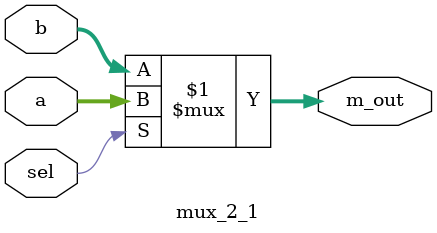
<source format=v>
`timescale 1ns / 1ps
module mux_2_1 #(parameter regwidth = 32, width = 32)
(input sel,
 input [regwidth-1:0] a,
 input [width-1:0] b,
 output [width-1:0] m_out);
 
assign m_out = sel ? a : b;
endmodule

</source>
